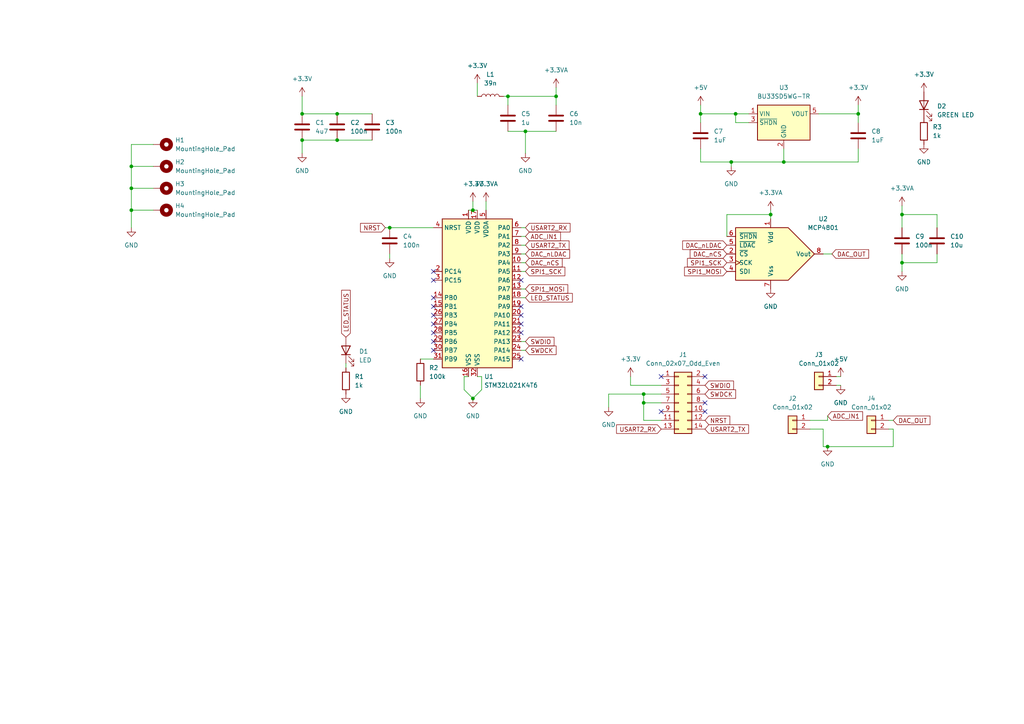
<source format=kicad_sch>
(kicad_sch (version 20211123) (generator eeschema)
  (paper "A4")
  (lib_symbols
    (symbol "Analog_DAC:MCP4801" (pin_names (offset 1.016))
      (property "Reference" "U" (at 1.27 10.795 0))
      (property "Value" "MCP4801" (at 1.27 8.89 0))
      (symbol "MCP4801_0_0"
        (polyline (pts (xy 12.7 0) (xy 5.08 7.62) (xy -10.16 7.62) (xy -10.16 -7.62) (xy 5.08 -7.62) (xy 12.7 0)) (stroke (width 0.254)) (fill (type background)))
      )
      (symbol "MCP4801_1_1"
        (pin power_in line (at 0 10.16 270) (length 2.54) (name "Vdd") (number "1"))
        (pin input line (at -12.7 0 0) (length 2.54) (name "~{CS}") (number "2"))
        (pin input clock (at -12.7 -2.54 0) (length 2.54) (name "SCK") (number "3"))
        (pin input line (at -12.7 -5.08 0) (length 2.54) (name "SDI") (number "4"))
        (pin input line (at -12.7 2.54 0) (length 2.54) (name "~{LDAC}") (number "5"))
        (pin input line (at -12.7 5.08 0) (length 2.54) (name "~{SHDN}") (number "6"))
        (pin power_in line (at 0 -10.16 90) (length 2.54) (name "Vss") (number "7"))
        (pin output line (at 15.24 0 180) (length 2.54) (name "Vout") (number "8"))
      )
    )
    (symbol "Connector_Generic:Conn_01x02" (pin_names (offset 1.016) hide)
      (property "Reference" "J" (at 0 2.54 0))
      (property "Value" "Conn_01x02" (at 0 -5.08 0))
      (symbol "Conn_01x02_1_1"
        (rectangle (start -1.27 -2.413) (end 0 -2.667) (stroke (width 0.1524)))
        (rectangle (start -1.27 0.127) (end 0 -0.127) (stroke (width 0.1524)))
        (rectangle (start -1.27 1.27) (end 1.27 -3.81) (stroke (width 0.254)) (fill (type background)))
        (pin passive line (at -5.08 0 0) (length 3.81) (name "Pin_1") (number "1"))
        (pin passive line (at -5.08 -2.54 0) (length 3.81) (name "Pin_2") (number "2"))
      )
    )
    (symbol "Connector_Generic:Conn_02x07_Odd_Even" (pin_names (offset 1.016) hide)
      (property "Reference" "J" (at 1.27 10.16 0))
      (property "Value" "Conn_02x07_Odd_Even" (at 1.27 -10.16 0))
      (symbol "Conn_02x07_Odd_Even_1_1"
        (rectangle (start -1.27 -7.493) (end 0 -7.747) (stroke (width 0.1524)))
        (rectangle (start -1.27 -4.953) (end 0 -5.207) (stroke (width 0.1524)))
        (rectangle (start -1.27 -2.413) (end 0 -2.667) (stroke (width 0.1524)))
        (rectangle (start -1.27 0.127) (end 0 -0.127) (stroke (width 0.1524)))
        (rectangle (start -1.27 2.667) (end 0 2.413) (stroke (width 0.1524)))
        (rectangle (start -1.27 5.207) (end 0 4.953) (stroke (width 0.1524)))
        (rectangle (start -1.27 7.747) (end 0 7.493) (stroke (width 0.1524)))
        (rectangle (start -1.27 8.89) (end 3.81 -8.89) (stroke (width 0.254)) (fill (type background)))
        (rectangle (start 3.81 -7.493) (end 2.54 -7.747) (stroke (width 0.1524)))
        (rectangle (start 3.81 -4.953) (end 2.54 -5.207) (stroke (width 0.1524)))
        (rectangle (start 3.81 -2.413) (end 2.54 -2.667) (stroke (width 0.1524)))
        (rectangle (start 3.81 0.127) (end 2.54 -0.127) (stroke (width 0.1524)))
        (rectangle (start 3.81 2.667) (end 2.54 2.413) (stroke (width 0.1524)))
        (rectangle (start 3.81 5.207) (end 2.54 4.953) (stroke (width 0.1524)))
        (rectangle (start 3.81 7.747) (end 2.54 7.493) (stroke (width 0.1524)))
        (pin passive line (at -5.08 7.62 0) (length 3.81) (name "Pin_1") (number "1"))
        (pin passive line (at 7.62 -2.54 180) (length 3.81) (name "Pin_10") (number "10"))
        (pin passive line (at -5.08 -5.08 0) (length 3.81) (name "Pin_11") (number "11"))
        (pin passive line (at 7.62 -5.08 180) (length 3.81) (name "Pin_12") (number "12"))
        (pin passive line (at -5.08 -7.62 0) (length 3.81) (name "Pin_13") (number "13"))
        (pin passive line (at 7.62 -7.62 180) (length 3.81) (name "Pin_14") (number "14"))
        (pin passive line (at 7.62 7.62 180) (length 3.81) (name "Pin_2") (number "2"))
        (pin passive line (at -5.08 5.08 0) (length 3.81) (name "Pin_3") (number "3"))
        (pin passive line (at 7.62 5.08 180) (length 3.81) (name "Pin_4") (number "4"))
        (pin passive line (at -5.08 2.54 0) (length 3.81) (name "Pin_5") (number "5"))
        (pin passive line (at 7.62 2.54 180) (length 3.81) (name "Pin_6") (number "6"))
        (pin passive line (at -5.08 0 0) (length 3.81) (name "Pin_7") (number "7"))
        (pin passive line (at 7.62 0 180) (length 3.81) (name "Pin_8") (number "8"))
        (pin passive line (at -5.08 -2.54 0) (length 3.81) (name "Pin_9") (number "9"))
      )
    )
    (symbol "Device:C" (pin_numbers hide) (pin_names (offset 0.254))
      (property "Reference" "C" (at 0.635 2.54 0))
      (property "Value" "C" (at 0.635 -2.54 0))
      (symbol "C_0_1"
        (polyline (pts (xy -2.032 -0.762) (xy 2.032 -0.762)) (stroke (width 0.508)))
        (polyline (pts (xy -2.032 0.762) (xy 2.032 0.762)) (stroke (width 0.508)))
      )
      (symbol "C_1_1"
        (pin passive line (at 0 3.81 270) (length 2.794) (name "~") (number "1"))
        (pin passive line (at 0 -3.81 90) (length 2.794) (name "~") (number "2"))
      )
    )
    (symbol "Device:L" (pin_numbers hide) (pin_names (offset 1.016) hide)
      (property "Reference" "L" (at -1.27 0 90))
      (property "Value" "L" (at 1.905 0 90))
      (symbol "L_0_1"
        (arc (start 0 -2.54) (mid 0.635 -1.905) (end 0 -1.27))
        (arc (start 0 -1.27) (mid 0.635 -0.635) (end 0 0))
        (arc (start 0 0) (mid 0.635 0.635) (end 0 1.27))
        (arc (start 0 1.27) (mid 0.635 1.905) (end 0 2.54))
      )
      (symbol "L_1_1"
        (pin passive line (at 0 3.81 270) (length 1.27) (name "1") (number "1"))
        (pin passive line (at 0 -3.81 90) (length 1.27) (name "2") (number "2"))
      )
    )
    (symbol "Device:LED" (pin_numbers hide) (pin_names (offset 1.016) hide)
      (property "Reference" "D" (at 0 2.54 0))
      (property "Value" "LED" (at 0 -2.54 0))
      (symbol "LED_0_1"
        (polyline (pts (xy -1.27 -1.27) (xy -1.27 1.27)) (stroke (width 0.254)))
        (polyline (pts (xy -1.27 0) (xy 1.27 0)))
        (polyline (pts (xy 1.27 -1.27) (xy 1.27 1.27) (xy -1.27 0) (xy 1.27 -1.27)) (stroke (width 0.254)))
        (polyline (pts (xy -3.048 -0.762) (xy -4.572 -2.286) (xy -3.81 -2.286) (xy -4.572 -2.286) (xy -4.572 -1.524)))
        (polyline (pts (xy -1.778 -0.762) (xy -3.302 -2.286) (xy -2.54 -2.286) (xy -3.302 -2.286) (xy -3.302 -1.524)))
      )
      (symbol "LED_1_1"
        (pin passive line (at -3.81 0 0) (length 2.54) (name "K") (number "1"))
        (pin passive line (at 3.81 0 180) (length 2.54) (name "A") (number "2"))
      )
    )
    (symbol "Device:R" (pin_numbers hide) (pin_names (offset 0))
      (property "Reference" "R" (at 2.032 0 90))
      (property "Value" "R" (at 0 0 90))
      (symbol "R_0_1"
        (rectangle (start -1.016 -2.54) (end 1.016 2.54) (stroke (width 0.254)))
      )
      (symbol "R_1_1"
        (pin passive line (at 0 3.81 270) (length 1.27) (name "~") (number "1"))
        (pin passive line (at 0 -3.81 90) (length 1.27) (name "~") (number "2"))
      )
    )
    (symbol "MCU_ST_STM32L0:STM32L021K4Tx"
      (property "Reference" "U" (at -10.16 21.59 0))
      (property "Value" "STM32L021K4Tx" (at 5.08 21.59 0))
      (symbol "STM32L021K4Tx_0_1"
        (rectangle (start -10.16 -22.86) (end 10.16 20.32) (stroke (width 0.254)) (fill (type background)))
      )
      (symbol "STM32L021K4Tx_1_1"
        (pin power_in line (at -2.54 22.86 270) (length 2.54) (name "VDD") (number "1"))
        (pin bidirectional line (at 12.7 7.62 180) (length 2.54) (name "PA4") (number "10"))
        (pin bidirectional line (at 12.7 5.08 180) (length 2.54) (name "PA5") (number "11"))
        (pin bidirectional line (at 12.7 2.54 180) (length 2.54) (name "PA6") (number "12"))
        (pin bidirectional line (at 12.7 0 180) (length 2.54) (name "PA7") (number "13"))
        (pin bidirectional line (at -12.7 -2.54 0) (length 2.54) (name "PB0") (number "14"))
        (pin bidirectional line (at -12.7 -5.08 0) (length 2.54) (name "PB1") (number "15"))
        (pin power_in line (at -2.54 -25.4 90) (length 2.54) (name "VSS") (number "16"))
        (pin power_in line (at 0 22.86 270) (length 2.54) (name "VDD") (number "17"))
        (pin bidirectional line (at 12.7 -2.54 180) (length 2.54) (name "PA8") (number "18"))
        (pin bidirectional line (at 12.7 -5.08 180) (length 2.54) (name "PA9") (number "19"))
        (pin bidirectional line (at -12.7 5.08 0) (length 2.54) (name "PC14") (number "2"))
        (pin bidirectional line (at 12.7 -7.62 180) (length 2.54) (name "PA10") (number "20"))
        (pin bidirectional line (at 12.7 -10.16 180) (length 2.54) (name "PA11") (number "21"))
        (pin bidirectional line (at 12.7 -12.7 180) (length 2.54) (name "PA12") (number "22"))
        (pin bidirectional line (at 12.7 -15.24 180) (length 2.54) (name "PA13") (number "23"))
        (pin bidirectional line (at 12.7 -17.78 180) (length 2.54) (name "PA14") (number "24"))
        (pin bidirectional line (at 12.7 -20.32 180) (length 2.54) (name "PA15") (number "25"))
        (pin bidirectional line (at -12.7 -7.62 0) (length 2.54) (name "PB3") (number "26"))
        (pin bidirectional line (at -12.7 -10.16 0) (length 2.54) (name "PB4") (number "27"))
        (pin bidirectional line (at -12.7 -12.7 0) (length 2.54) (name "PB5") (number "28"))
        (pin bidirectional line (at -12.7 -15.24 0) (length 2.54) (name "PB6") (number "29"))
        (pin bidirectional line (at -12.7 2.54 0) (length 2.54) (name "PC15") (number "3"))
        (pin bidirectional line (at -12.7 -17.78 0) (length 2.54) (name "PB7") (number "30"))
        (pin bidirectional line (at -12.7 -20.32 0) (length 2.54) (name "PB9") (number "31"))
        (pin power_in line (at 0 -25.4 90) (length 2.54) (name "VSS") (number "32"))
        (pin input line (at -12.7 17.78 0) (length 2.54) (name "NRST") (number "4"))
        (pin power_in line (at 2.54 22.86 270) (length 2.54) (name "VDDA") (number "5"))
        (pin bidirectional line (at 12.7 17.78 180) (length 2.54) (name "PA0") (number "6"))
        (pin bidirectional line (at 12.7 15.24 180) (length 2.54) (name "PA1") (number "7"))
        (pin bidirectional line (at 12.7 12.7 180) (length 2.54) (name "PA2") (number "8"))
        (pin bidirectional line (at 12.7 10.16 180) (length 2.54) (name "PA3") (number "9"))
      )
    )
    (symbol "Mechanical:MountingHole_Pad" (pin_numbers hide) (pin_names (offset 1.016) hide)
      (property "Reference" "H" (at 0 6.35 0))
      (property "Value" "MountingHole_Pad" (at 0 4.445 0))
      (symbol "MountingHole_Pad_0_1"
        (circle (center 0 1.27) (radius 1.27) (stroke (width 1.27)))
      )
      (symbol "MountingHole_Pad_1_1"
        (pin input line (at 0 -2.54 90) (length 2.54) (name "1") (number "1"))
      )
    )
    (symbol "Regulator_Linear:MCP1802x-xx02xOT"
      (property "Reference" "U" (at -6.35 6.35 0))
      (property "Value" "MCP1802x-xx02xOT" (at 0 6.35 0))
      (symbol "MCP1802x-xx02xOT_0_1"
        (rectangle (start -7.62 5.08) (end 7.62 -5.08) (stroke (width 0.254)) (fill (type background)))
      )
      (symbol "MCP1802x-xx02xOT_1_1"
        (pin power_in line (at -10.16 2.54 0) (length 2.54) (name "VIN") (number "1"))
        (pin power_in line (at 0 -7.62 90) (length 2.54) (name "GND") (number "2"))
        (pin input line (at -10.16 0 0) (length 2.54) (name "~{SHDN}") (number "3"))
        (pin no_connect line (at 7.62 0 180) (length 2.54) hide (name "NC") (number "4"))
        (pin power_out line (at 10.16 2.54 180) (length 2.54) (name "VOUT") (number "5"))
      )
    )
    (symbol "power:+3.3V" (power) (pin_names (offset 0))
      (property "Value" "+3.3V" (at 0 3.556 0))
      (symbol "+3.3V_0_1"
        (polyline (pts (xy -0.762 1.27) (xy 0 2.54)))
        (polyline (pts (xy 0 0) (xy 0 2.54)))
        (polyline (pts (xy 0 2.54) (xy 0.762 1.27)))
      )
      (symbol "+3.3V_1_1"
        (pin power_in line (at 0 0 90) (length 0) hide (name "+3.3V") (number "1"))
      )
    )
    (symbol "power:+3.3VA" (power) (pin_names (offset 0))
      (property "Value" "+3.3VA" (at 0 3.556 0))
      (symbol "+3.3VA_0_1"
        (polyline (pts (xy -0.762 1.27) (xy 0 2.54)))
        (polyline (pts (xy 0 0) (xy 0 2.54)))
        (polyline (pts (xy 0 2.54) (xy 0.762 1.27)))
      )
      (symbol "+3.3VA_1_1"
        (pin power_in line (at 0 0 90) (length 0) hide (name "+3.3VA") (number "1"))
      )
    )
    (symbol "power:+5V" (power) (pin_names (offset 0))
      (property "Value" "+5V" (at 0 3.556 0))
      (symbol "+5V_0_1"
        (polyline (pts (xy -0.762 1.27) (xy 0 2.54)))
        (polyline (pts (xy 0 0) (xy 0 2.54)))
        (polyline (pts (xy 0 2.54) (xy 0.762 1.27)))
      )
      (symbol "+5V_1_1"
        (pin power_in line (at 0 0 90) (length 0) hide (name "+5V") (number "1"))
      )
    )
    (symbol "power:GND" (power) (pin_names (offset 0))
      (property "Value" "GND" (at 0 -3.81 0))
      (symbol "GND_0_1"
        (polyline (pts (xy 0 0) (xy 0 -1.27) (xy 1.27 -1.27) (xy 0 -2.54) (xy -1.27 -1.27) (xy 0 -1.27)))
      )
      (symbol "GND_1_1"
        (pin power_in line (at 0 0 270) (length 0) hide (name "GND") (number "1"))
      )
    )
  )
  (junction (at 203.2 33.02))
  (junction (at 223.52 62.23))
  (junction (at 152.4 38.1))
  (junction (at 38.1 60.96))
  (junction (at 212.09 46.99))
  (junction (at 38.1 54.61))
  (junction (at 161.29 27.94))
  (junction (at 147.32 27.94))
  (junction (at 186.69 116.84))
  (junction (at 240.03 129.54))
  (junction (at 186.69 114.3))
  (junction (at 113.03 66.04))
  (junction (at 213.36 33.02))
  (junction (at 97.79 40.64))
  (junction (at 261.62 62.23))
  (junction (at 87.63 40.64))
  (junction (at 38.1 48.26))
  (junction (at 87.63 33.02))
  (junction (at 248.92 33.02))
  (junction (at 97.79 33.02))
  (junction (at 137.16 60.96))
  (junction (at 227.33 46.99))
  (junction (at 137.16 115.57))
  (junction (at 261.62 76.2))
  (no_connect (at 191.77 119.38))
  (no_connect (at 191.77 109.22))
  (no_connect (at 204.47 109.22))
  (no_connect (at 204.47 116.84))
  (no_connect (at 204.47 119.38))
  (no_connect (at 125.73 96.52))
  (no_connect (at 125.73 93.98))
  (no_connect (at 125.73 91.44))
  (no_connect (at 125.73 88.9))
  (no_connect (at 125.73 86.36))
  (no_connect (at 125.73 101.6))
  (no_connect (at 125.73 99.06))
  (no_connect (at 151.13 88.9))
  (no_connect (at 151.13 91.44))
  (no_connect (at 151.13 93.98))
  (no_connect (at 151.13 96.52))
  (no_connect (at 151.13 104.14))
  (no_connect (at 151.13 81.28))
  (no_connect (at 125.73 81.28))
  (no_connect (at 125.73 78.74))
  (wire (pts (xy 191.77 111.76) (xy 182.88 111.76)))
  (wire (pts (xy 139.7 113.03) (xy 137.16 115.57)))
  (wire (pts (xy 152.4 83.82) (xy 151.13 83.82)))
  (wire (pts (xy 100.33 106.68) (xy 100.33 105.41)))
  (wire (pts (xy 161.29 25.4) (xy 161.29 27.94)))
  (wire (pts (xy 210.82 68.58) (xy 210.82 62.23)))
  (wire (pts (xy 203.2 43.18) (xy 203.2 46.99)))
  (wire (pts (xy 147.32 27.94) (xy 161.29 27.94)))
  (wire (pts (xy 152.4 101.6) (xy 151.13 101.6)))
  (wire (pts (xy 87.63 40.64) (xy 97.79 40.64)))
  (wire (pts (xy 140.97 58.42) (xy 140.97 60.96)))
  (wire (pts (xy 176.53 114.3) (xy 186.69 114.3)))
  (wire (pts (xy 242.57 111.76) (xy 243.84 111.76)))
  (wire (pts (xy 137.16 58.42) (xy 137.16 60.96)))
  (wire (pts (xy 152.4 68.58) (xy 151.13 68.58)))
  (wire (pts (xy 176.53 118.11) (xy 176.53 114.3)))
  (wire (pts (xy 248.92 43.18) (xy 248.92 46.99)))
  (wire (pts (xy 135.89 60.96) (xy 137.16 60.96)))
  (wire (pts (xy 186.69 114.3) (xy 191.77 114.3)))
  (wire (pts (xy 259.08 124.46) (xy 257.81 124.46)))
  (wire (pts (xy 217.17 35.56) (xy 213.36 35.56)))
  (wire (pts (xy 161.29 27.94) (xy 161.29 30.48)))
  (wire (pts (xy 134.62 113.03) (xy 137.16 115.57)))
  (wire (pts (xy 248.92 35.56) (xy 248.92 33.02)))
  (wire (pts (xy 38.1 60.96) (xy 44.45 60.96)))
  (wire (pts (xy 152.4 38.1) (xy 161.29 38.1)))
  (wire (pts (xy 259.08 129.54) (xy 240.03 129.54)))
  (wire (pts (xy 257.81 121.92) (xy 259.08 121.92)))
  (wire (pts (xy 191.77 121.92) (xy 186.69 121.92)))
  (wire (pts (xy 121.92 104.14) (xy 125.73 104.14)))
  (wire (pts (xy 271.78 73.66) (xy 271.78 76.2)))
  (wire (pts (xy 152.4 71.12) (xy 151.13 71.12)))
  (wire (pts (xy 203.2 33.02) (xy 213.36 33.02)))
  (wire (pts (xy 152.4 66.04) (xy 151.13 66.04)))
  (wire (pts (xy 259.08 124.46) (xy 259.08 129.54)))
  (wire (pts (xy 87.63 27.94) (xy 87.63 33.02)))
  (wire (pts (xy 38.1 41.91) (xy 38.1 48.26)))
  (wire (pts (xy 152.4 86.36) (xy 151.13 86.36)))
  (wire (pts (xy 97.79 33.02) (xy 107.95 33.02)))
  (wire (pts (xy 261.62 59.69) (xy 261.62 62.23)))
  (wire (pts (xy 203.2 35.56) (xy 203.2 33.02)))
  (wire (pts (xy 113.03 66.04) (xy 125.73 66.04)))
  (wire (pts (xy 38.1 48.26) (xy 38.1 54.61)))
  (wire (pts (xy 203.2 30.48) (xy 203.2 33.02)))
  (wire (pts (xy 213.36 33.02) (xy 217.17 33.02)))
  (wire (pts (xy 152.4 73.66) (xy 151.13 73.66)))
  (wire (pts (xy 111.76 66.04) (xy 113.03 66.04)))
  (wire (pts (xy 134.62 109.22) (xy 135.89 109.22)))
  (wire (pts (xy 234.95 124.46) (xy 238.76 124.46)))
  (wire (pts (xy 191.77 116.84) (xy 186.69 116.84)))
  (wire (pts (xy 182.88 111.76) (xy 182.88 109.22)))
  (wire (pts (xy 38.1 48.26) (xy 44.45 48.26)))
  (wire (pts (xy 139.7 109.22) (xy 138.43 109.22)))
  (wire (pts (xy 227.33 46.99) (xy 227.33 43.18)))
  (wire (pts (xy 238.76 124.46) (xy 238.76 129.54)))
  (wire (pts (xy 138.43 24.13) (xy 138.43 27.94)))
  (wire (pts (xy 212.09 48.26) (xy 212.09 46.99)))
  (wire (pts (xy 146.05 27.94) (xy 147.32 27.94)))
  (wire (pts (xy 261.62 76.2) (xy 261.62 78.74)))
  (wire (pts (xy 234.95 121.92) (xy 240.03 121.92)))
  (wire (pts (xy 238.76 129.54) (xy 240.03 129.54)))
  (wire (pts (xy 186.69 121.92) (xy 186.69 116.84)))
  (wire (pts (xy 240.03 121.92) (xy 240.03 120.65)))
  (wire (pts (xy 152.4 76.2) (xy 151.13 76.2)))
  (wire (pts (xy 152.4 38.1) (xy 152.4 44.45)))
  (wire (pts (xy 44.45 41.91) (xy 38.1 41.91)))
  (wire (pts (xy 113.03 74.93) (xy 113.03 73.66)))
  (wire (pts (xy 152.4 78.74) (xy 151.13 78.74)))
  (wire (pts (xy 248.92 33.02) (xy 237.49 33.02)))
  (wire (pts (xy 152.4 99.06) (xy 151.13 99.06)))
  (wire (pts (xy 261.62 73.66) (xy 261.62 76.2)))
  (wire (pts (xy 223.52 62.23) (xy 223.52 63.5)))
  (wire (pts (xy 38.1 54.61) (xy 44.45 54.61)))
  (wire (pts (xy 248.92 30.48) (xy 248.92 33.02)))
  (wire (pts (xy 147.32 27.94) (xy 147.32 30.48)))
  (wire (pts (xy 186.69 116.84) (xy 186.69 114.3)))
  (wire (pts (xy 97.79 40.64) (xy 107.95 40.64)))
  (wire (pts (xy 38.1 54.61) (xy 38.1 60.96)))
  (wire (pts (xy 212.09 46.99) (xy 227.33 46.99)))
  (wire (pts (xy 87.63 40.64) (xy 87.63 44.45)))
  (wire (pts (xy 87.63 33.02) (xy 97.79 33.02)))
  (wire (pts (xy 137.16 60.96) (xy 138.43 60.96)))
  (wire (pts (xy 134.62 109.22) (xy 134.62 113.03)))
  (wire (pts (xy 223.52 60.96) (xy 223.52 62.23)))
  (wire (pts (xy 271.78 66.04) (xy 271.78 62.23)))
  (wire (pts (xy 203.2 46.99) (xy 212.09 46.99)))
  (wire (pts (xy 227.33 46.99) (xy 248.92 46.99)))
  (wire (pts (xy 271.78 62.23) (xy 261.62 62.23)))
  (wire (pts (xy 271.78 76.2) (xy 261.62 76.2)))
  (wire (pts (xy 147.32 38.1) (xy 152.4 38.1)))
  (wire (pts (xy 241.3 73.66) (xy 238.76 73.66)))
  (wire (pts (xy 261.62 62.23) (xy 261.62 66.04)))
  (wire (pts (xy 242.57 109.22) (xy 243.84 109.22)))
  (wire (pts (xy 139.7 109.22) (xy 139.7 113.03)))
  (wire (pts (xy 38.1 60.96) (xy 38.1 66.04)))
  (wire (pts (xy 210.82 62.23) (xy 223.52 62.23)))
  (wire (pts (xy 121.92 111.76) (xy 121.92 115.57)))
  (wire (pts (xy 213.36 35.56) (xy 213.36 33.02)))
  (global_label "SWDCK" (shape input) (at 204.47 114.3 0) (property "Références Inter-Feuilles" "${INTERSHEET_REFS}" (effects hide)))
  (global_label "DAC_OUT" (shape input) (at 259.08 121.92 0) (property "Références Inter-Feuilles" "${INTERSHEET_REFS}" (effects hide)))
  (global_label "USART2_RX" (shape input) (at 191.77 124.46 180) (property "Références Inter-Feuilles" "${INTERSHEET_REFS}" (effects hide)))
  (global_label "ADC_IN1" (shape input) (at 240.03 120.65 0) (property "Références Inter-Feuilles" "${INTERSHEET_REFS}" (effects hide)))
  (global_label "DAC_nCS" (shape input) (at 152.4 76.2 0) (property "Références Inter-Feuilles" "${INTERSHEET_REFS}" (effects hide)))
  (global_label "USART2_TX" (shape input) (at 152.4 71.12 0) (property "Références Inter-Feuilles" "${INTERSHEET_REFS}" (effects hide)))
  (global_label "LED_STATUS" (shape input) (at 152.4 86.36 0) (property "Références Inter-Feuilles" "${INTERSHEET_REFS}" (effects hide)))
  (global_label "USART2_RX" (shape input) (at 152.4 66.04 0) (property "Références Inter-Feuilles" "${INTERSHEET_REFS}" (effects hide)))
  (global_label "DAC_nLDAC" (shape input) (at 152.4 73.66 0) (property "Références Inter-Feuilles" "${INTERSHEET_REFS}" (effects hide)))
  (global_label "SPI1_SCK" (shape input) (at 210.82 76.2 180) (property "Références Inter-Feuilles" "${INTERSHEET_REFS}" (effects hide)))
  (global_label "ADC_IN1" (shape input) (at 152.4 68.58 0) (property "Références Inter-Feuilles" "${INTERSHEET_REFS}" (effects hide)))
  (global_label "USART2_TX" (shape input) (at 204.47 124.46 0) (property "Références Inter-Feuilles" "${INTERSHEET_REFS}" (effects hide)))
  (global_label "SPI1_SCK" (shape input) (at 152.4 78.74 0) (property "Références Inter-Feuilles" "${INTERSHEET_REFS}" (effects hide)))
  (global_label "DAC_OUT" (shape input) (at 241.3 73.66 0) (property "Références Inter-Feuilles" "${INTERSHEET_REFS}" (effects hide)))
  (global_label "SWDCK" (shape input) (at 152.4 101.6 0) (property "Références Inter-Feuilles" "${INTERSHEET_REFS}" (effects hide)))
  (global_label "SWDIO" (shape input) (at 204.47 111.76 0) (property "Références Inter-Feuilles" "${INTERSHEET_REFS}" (effects hide)))
  (global_label "SPI1_MOSI" (shape input) (at 210.82 78.74 180) (property "Références Inter-Feuilles" "${INTERSHEET_REFS}" (effects hide)))
  (global_label "NRST" (shape input) (at 204.47 121.92 0) (property "Références Inter-Feuilles" "${INTERSHEET_REFS}" (effects hide)))
  (global_label "DAC_nCS" (shape input) (at 210.82 73.66 180) (property "Références Inter-Feuilles" "${INTERSHEET_REFS}" (effects hide)))
  (global_label "DAC_nLDAC" (shape input) (at 210.82 71.12 180) (property "Références Inter-Feuilles" "${INTERSHEET_REFS}" (effects hide)))
  (global_label "LED_STATUS" (shape input) (at 100.33 97.79 90) (property "Références Inter-Feuilles" "${INTERSHEET_REFS}" (effects hide)))
  (global_label "SWDIO" (shape input) (at 152.4 99.06 0) (property "Références Inter-Feuilles" "${INTERSHEET_REFS}" (effects hide)))
  (global_label "NRST" (shape input) (at 111.76 66.04 180) (property "Références Inter-Feuilles" "${INTERSHEET_REFS}" (effects hide)))
  (global_label "SPI1_MOSI" (shape input) (at 152.4 83.82 0) (property "Références Inter-Feuilles" "${INTERSHEET_REFS}" (effects hide)))
  (symbol (lib_id "power:GND") (at 243.84 111.76 0) (unit 1)
    (property "Reference" "#PWR020" (effects hide))
    (property "Value" "GND" (at 243.84 116.84 0))
  )
  (symbol (lib_id "Connector_Generic:Conn_01x02") (at 237.49 109.22 0) (mirror y) (unit 1)
    (property "Reference" "J3" (at 237.49 102.87 0))
    (property "Value" "Conn_01x02" (at 237.49 105.41 0))
    (property "Footprint" "Connector_JST:JST_XH_B2B-XH-A_1x02_P2.50mm_Vertical" (effects hide))
  )
  (symbol (lib_id "Regulator_Linear:MCP1802x-xx02xOT") (at 227.33 35.56 0) (unit 1)
    (property "Reference" "U3" (at 227.33 25.4 0))
    (property "Value" "BU33SD5WG-TR" (at 227.33 27.94 0))
    (property "Footprint" "Package_TO_SOT_SMD:SOT-23-5" (effects hide))
    (property "Datasheet" "http://ww1.microchip.com/downloads/en/DeviceDoc/22053C.pdf" (effects hide))
  )
  (symbol (lib_id "Device:L") (at 142.24 27.94 90) (unit 1)
    (property "Reference" "L1" (at 142.24 21.59 90))
    (property "Value" "39n" (at 142.24 24.13 90))
    (property "Footprint" "Inductor_SMD:L_0805_2012Metric_Pad1.05x1.20mm_HandSolder" (effects hide))
  )
  (symbol (lib_id "Device:C") (at 248.92 39.37 0) (unit 1)
    (property "Reference" "C8" (at 252.73 38.0999 0) (effects (justify left)))
    (property "Value" "1uF" (at 252.73 40.6399 0) (effects (justify left)))
    (property "Footprint" "Capacitor_SMD:C_0805_2012Metric" (effects hide))
  )
  (symbol (lib_id "power:+3.3V") (at 182.88 109.22 0) (unit 1)
    (property "Reference" "#PWR013" (effects hide))
    (property "Value" "+3.3V" (at 182.88 104.14 0))
  )
  (symbol (lib_id "Connector_Generic:Conn_02x07_Odd_Even") (at 196.85 116.84 0) (unit 1)
    (property "Reference" "J1" (at 198.12 102.87 0))
    (property "Value" "Conn_02x07_Odd_Even" (at 198.12 105.41 0))
    (property "Footprint" "Connector_PinHeader_1.27mm:PinHeader_2x07_P1.27mm_Vertical_SMD" (effects hide))
  )
  (symbol (lib_id "Device:C") (at 261.62 69.85 0) (unit 1)
    (property "Reference" "C9" (at 265.43 68.5799 0) (effects (justify left)))
    (property "Value" "100n" (at 265.43 71.1199 0) (effects (justify left)))
    (property "Footprint" "Capacitor_SMD:C_0805_2012Metric_Pad1.18x1.45mm_HandSolder" (effects hide))
  )
  (symbol (lib_id "Device:C") (at 271.78 69.85 0) (unit 1)
    (property "Reference" "C10" (at 275.59 68.5799 0) (effects (justify left)))
    (property "Value" "10u" (at 275.59 71.1199 0) (effects (justify left)))
    (property "Footprint" "Capacitor_SMD:C_0805_2012Metric" (effects hide))
  )
  (symbol (lib_id "power:GND") (at 223.52 83.82 0) (unit 1)
    (property "Reference" "#PWR017" (effects hide))
    (property "Value" "GND" (at 223.52 88.9 0))
  )
  (symbol (lib_id "power:+3.3V") (at 248.92 30.48 0) (unit 1)
    (property "Reference" "#PWR021" (effects hide))
    (property "Value" "+3.3V" (at 248.92 25.4 0))
  )
  (symbol (lib_id "power:GND") (at 121.92 115.57 0) (unit 1)
    (property "Reference" "#PWR05" (effects hide))
    (property "Value" "GND" (at 121.92 120.65 0))
  )
  (symbol (lib_id "Mechanical:MountingHole_Pad") (at 46.99 60.96 270) (unit 1)
    (property "Reference" "H4" (at 50.8 59.6899 90) (effects (justify left)))
    (property "Value" "MountingHole_Pad" (at 50.8 62.2299 90) (effects (justify left)))
    (property "Footprint" "MountingHole:MountingHole_3.2mm_M3_Pad" (effects hide))
  )
  (symbol (lib_id "power:+3.3V") (at 87.63 27.94 0) (unit 1)
    (property "Reference" "#PWR01" (effects hide))
    (property "Value" "+3.3V" (at 87.63 22.86 0))
  )
  (symbol (lib_id "Analog_DAC:MCP4801") (at 223.52 73.66 0) (unit 1)
    (property "Reference" "U2" (at 238.76 63.5 0))
    (property "Value" "MCP4801" (at 238.76 66.04 0))
    (property "Footprint" "Package_SO:SOIC-8_3.9x4.9mm_P1.27mm" (effects hide))
    (property "Datasheet" "http://ww1.microchip.com/downloads/en/DeviceDoc/22244B.pdf" (effects hide))
  )
  (symbol (lib_id "Device:C") (at 203.2 39.37 0) (unit 1)
    (property "Reference" "C7" (at 207.01 38.0999 0) (effects (justify left)))
    (property "Value" "1uF" (at 207.01 40.6399 0) (effects (justify left)))
    (property "Footprint" "Capacitor_SMD:C_0805_2012Metric" (effects hide))
  )
  (symbol (lib_id "power:+5V") (at 243.84 109.22 0) (unit 1)
    (property "Reference" "#PWR019" (effects hide))
    (property "Value" "+5V" (at 243.84 104.14 0))
  )
  (symbol (lib_id "Mechanical:MountingHole_Pad") (at 46.99 54.61 270) (unit 1)
    (property "Reference" "H3" (at 50.8 53.3399 90) (effects (justify left)))
    (property "Value" "MountingHole_Pad" (at 50.8 55.8799 90) (effects (justify left)))
    (property "Footprint" "MountingHole:MountingHole_3.2mm_M3_Pad" (effects hide))
  )
  (symbol (lib_id "power:GND") (at 240.03 129.54 0) (unit 1)
    (property "Reference" "#PWR018" (effects hide))
    (property "Value" "GND" (at 240.03 134.62 0))
  )
  (symbol (lib_id "Connector_Generic:Conn_01x02") (at 252.73 121.92 0) (mirror y) (unit 1)
    (property "Reference" "J4" (at 252.73 115.57 0))
    (property "Value" "Conn_01x02" (at 252.73 118.11 0))
    (property "Footprint" "Connector_JST:JST_XH_B2B-XH-A_1x02_P2.50mm_Vertical" (effects hide))
  )
  (symbol (lib_id "power:GND") (at 212.09 48.26 0) (unit 1)
    (property "Reference" "#PWR015" (effects hide))
    (property "Value" "GND" (at 212.09 53.34 0))
  )
  (symbol (lib_id "Connector_Generic:Conn_01x02") (at 229.87 121.92 0) (mirror y) (unit 1)
    (property "Reference" "J2" (at 229.87 115.57 0))
    (property "Value" "Conn_01x02" (at 229.87 118.11 0))
    (property "Footprint" "Connector_JST:JST_XH_B2B-XH-A_1x02_P2.50mm_Vertical" (effects hide))
  )
  (symbol (lib_id "power:+3.3VA") (at 261.62 59.69 0) (unit 1)
    (property "Reference" "#PWR022" (effects hide))
    (property "Value" "+3.3VA" (at 261.62 54.61 0))
  )
  (symbol (lib_id "power:+5V") (at 203.2 30.48 0) (unit 1)
    (property "Reference" "#PWR014" (effects hide))
    (property "Value" "+5V" (at 203.2 25.4 0))
  )
  (symbol (lib_id "Device:R") (at 121.92 107.95 0) (unit 1)
    (property "Reference" "R2" (at 124.46 106.6799 0) (effects (justify left)))
    (property "Value" "100k" (at 124.46 109.2199 0) (effects (justify left)))
    (property "Footprint" "Resistor_SMD:R_0805_2012Metric_Pad1.20x1.40mm_HandSolder" (effects hide))
  )
  (symbol (lib_id "power:+3.3V") (at 137.16 58.42 0) (unit 1)
    (property "Reference" "#PWR06" (effects hide))
    (property "Value" "+3.3V" (at 137.16 53.34 0))
  )
  (symbol (lib_id "Device:C") (at 113.03 69.85 0) (unit 1)
    (property "Reference" "C4" (at 116.84 68.5799 0) (effects (justify left)))
    (property "Value" "100n" (at 116.84 71.1199 0) (effects (justify left)))
    (property "Footprint" "Capacitor_SMD:C_0805_2012Metric_Pad1.18x1.45mm_HandSolder" (effects hide))
  )
  (symbol (lib_id "Device:C") (at 107.95 36.83 0) (unit 1)
    (property "Reference" "C3" (at 111.76 35.5599 0) (effects (justify left)))
    (property "Value" "100n" (at 111.76 38.0999 0) (effects (justify left)))
    (property "Footprint" "Capacitor_SMD:C_0805_2012Metric_Pad1.18x1.45mm_HandSolder" (effects hide))
  )
  (symbol (lib_id "Device:LED") (at 100.33 101.6 90) (unit 1)
    (property "Reference" "D1" (at 104.14 101.9174 90) (effects (justify right)))
    (property "Value" "LED" (at 104.14 104.4574 90) (effects (justify right)))
    (property "Footprint" "LED_SMD:LED_0603_1608Metric_Pad1.05x0.95mm_HandSolder" (effects hide))
  )
  (symbol (lib_id "power:+3.3VA") (at 161.29 25.4 0) (unit 1)
    (property "Reference" "#PWR011" (effects hide))
    (property "Value" "+3.3VA" (at 161.29 20.32 0))
  )
  (symbol (lib_id "power:GND") (at 137.16 115.57 0) (unit 1)
    (property "Reference" "#PWR07" (effects hide))
    (property "Value" "GND" (at 137.16 120.65 0))
  )
  (symbol (lib_id "Mechanical:MountingHole_Pad") (at 46.99 48.26 270) (unit 1)
    (property "Reference" "H2" (at 50.8 46.9899 90) (effects (justify left)))
    (property "Value" "MountingHole_Pad" (at 50.8 49.5299 90) (effects (justify left)))
    (property "Footprint" "MountingHole:MountingHole_3.2mm_M3_Pad" (effects hide))
  )
  (symbol (lib_id "Device:C") (at 87.63 36.83 0) (unit 1)
    (property "Reference" "C1" (at 91.44 35.5599 0) (effects (justify left)))
    (property "Value" "4u7" (at 91.44 38.0999 0) (effects (justify left)))
    (property "Footprint" "Capacitor_SMD:C_0805_2012Metric_Pad1.18x1.45mm_HandSolder" (effects hide))
  )
  (symbol (lib_id "power:GND") (at 100.33 114.3 0) (unit 1)
    (property "Reference" "#PWR03" (effects hide))
    (property "Value" "GND" (at 100.33 119.38 0))
  )
  (symbol (lib_id "power:GND") (at 152.4 44.45 0) (unit 1)
    (property "Reference" "#PWR010" (effects hide))
    (property "Value" "GND" (at 152.4 49.53 0))
  )
  (symbol (lib_id "Device:R") (at 100.33 110.49 0) (unit 1)
    (property "Reference" "R1" (at 102.87 109.2199 0) (effects (justify left)))
    (property "Value" "1k" (at 102.87 111.7599 0) (effects (justify left)))
    (property "Footprint" "Resistor_SMD:R_0805_2012Metric_Pad1.20x1.40mm_HandSolder" (effects hide))
  )
  (symbol (lib_id "power:GND") (at 87.63 44.45 0) (unit 1)
    (property "Reference" "#PWR02" (effects hide))
    (property "Value" "GND" (at 87.63 49.53 0))
  )
  (symbol (lib_id "power:GND") (at 176.53 118.11 0) (unit 1)
    (property "Reference" "#PWR012" (effects hide))
    (property "Value" "GND" (at 176.53 123.19 0))
  )
  (symbol (lib_id "Device:C") (at 161.29 34.29 0) (unit 1)
    (property "Reference" "C6" (at 165.1 33.0199 0) (effects (justify left)))
    (property "Value" "10n" (at 165.1 35.5599 0) (effects (justify left)))
    (property "Footprint" "Capacitor_SMD:C_0805_2012Metric_Pad1.18x1.45mm_HandSolder" (effects hide))
  )
  (symbol (lib_id "Device:C") (at 97.79 36.83 0) (unit 1)
    (property "Reference" "C2" (at 101.6 35.5599 0) (effects (justify left)))
    (property "Value" "100n" (at 101.6 38.0999 0) (effects (justify left)))
    (property "Footprint" "Capacitor_SMD:C_0805_2012Metric_Pad1.18x1.45mm_HandSolder" (effects hide))
  )
  (symbol (lib_id "power:GND") (at 38.1 66.04 0) (unit 1)
    (property "Reference" "#PWR0101" (effects hide))
    (property "Value" "GND" (at 38.1 71.12 0))
  )
  (symbol (lib_id "power:GND") (at 113.03 74.93 0) (unit 1)
    (property "Reference" "#PWR04" (effects hide))
    (property "Value" "GND" (at 113.03 80.01 0))
  )
  (symbol (lib_id "power:+3.3VA") (at 223.52 60.96 0) (unit 1)
    (property "Reference" "#PWR016" (effects hide))
    (property "Value" "+3.3VA" (at 223.52 55.88 0))
  )
  (symbol (lib_id "Device:LED") (at 267.97 30.48 90) (unit 1)
    (property "Reference" "D2" (at 271.78 30.7974 90) (effects (justify right)))
    (property "Value" "GREEN LED" (at 271.78 33.3374 90) (effects (justify right)))
    (property "Footprint" "LED_SMD:LED_0603_1608Metric_Pad1.05x0.95mm_HandSolder" (effects hide))
  )
  (symbol (lib_id "power:+3.3V") (at 267.97 26.67 0) (unit 1)
    (property "Reference" "#PWR024" (effects hide))
    (property "Value" "+3.3V" (at 267.97 21.59 0))
  )
  (symbol (lib_id "power:+3.3V") (at 138.43 24.13 0) (unit 1)
    (property "Reference" "#PWR08" (effects hide))
    (property "Value" "+3.3V" (at 138.43 19.05 0))
  )
  (symbol (lib_id "Device:R") (at 267.97 38.1 0) (unit 1)
    (property "Reference" "R3" (at 270.51 36.8299 0) (effects (justify left)))
    (property "Value" "1k" (at 270.51 39.3699 0) (effects (justify left)))
    (property "Footprint" "Resistor_SMD:R_0805_2012Metric_Pad1.20x1.40mm_HandSolder" (effects hide))
  )
  (symbol (lib_id "power:+3.3VA") (at 140.97 58.42 0) (unit 1)
    (property "Reference" "#PWR09" (effects hide))
    (property "Value" "+3.3VA" (at 140.97 53.34 0))
  )
  (symbol (lib_id "power:GND") (at 261.62 78.74 0) (unit 1)
    (property "Reference" "#PWR023" (effects hide))
    (property "Value" "GND" (at 261.62 83.82 0))
  )
  (symbol (lib_id "MCU_ST_STM32L0:STM32L021K4Tx") (at 138.43 83.82 0) (unit 1)
    (property "Reference" "U1" (at 140.4494 109.22 0) (effects (justify left)))
    (property "Value" "STM32L021K4T6" (at 140.4494 111.76 0) (effects (justify left)))
    (property "Footprint" "Package_QFP:LQFP-32_7x7mm_P0.8mm" (effects hide))
    (property "Datasheet" "http://www.st.com/st-web-ui/static/active/en/resource/technical/document/datasheet/DM00206858.pdf" (effects hide))
  )
  (symbol (lib_id "power:GND") (at 267.97 41.91 0) (unit 1)
    (property "Reference" "#PWR025" (effects hide))
    (property "Value" "GND" (at 267.97 46.99 0))
  )
  (symbol (lib_id "Mechanical:MountingHole_Pad") (at 46.99 41.91 270) (unit 1)
    (property "Reference" "H1" (at 50.8 40.6399 90) (effects (justify left)))
    (property "Value" "MountingHole_Pad" (at 50.8 43.1799 90) (effects (justify left)))
    (property "Footprint" "MountingHole:MountingHole_3.2mm_M3_Pad" (effects hide))
  )
  (symbol (lib_id "Device:C") (at 147.32 34.29 0) (unit 1)
    (property "Reference" "C5" (at 151.13 33.0199 0) (effects (justify left)))
    (property "Value" "1u" (at 151.13 35.5599 0) (effects (justify left)))
    (property "Footprint" "Capacitor_SMD:C_0805_2012Metric_Pad1.18x1.45mm_HandSolder" (effects hide))
  )
)
</source>
